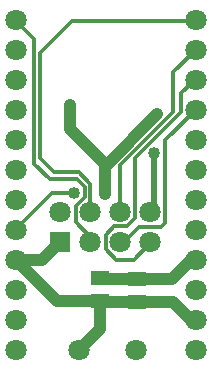
<source format=gbr>
G04 DipTrace 3.1.0.1*
G04 Bottom.gbr*
%MOIN*%
G04 #@! TF.FileFunction,Copper,L2,Bot*
G04 #@! TF.Part,Single*
G04 #@! TA.AperFunction,Conductor*
%ADD13C,0.03937*%
%ADD16C,0.019685*%
%ADD17C,0.012992*%
G04 #@! TA.AperFunction,ComponentPad*
%ADD19R,0.070866X0.070866*%
%ADD20C,0.070866*%
%ADD21C,0.070866*%
%ADD22R,0.059055X0.051181*%
G04 #@! TA.AperFunction,ViaPad*
%ADD25C,0.04*%
%FSLAX26Y26*%
G04*
G70*
G90*
G75*
G01*
G04 Bottom*
%LPD*%
X850882Y604848D2*
D13*
X729882D1*
X726882Y607848D1*
Y514882D1*
X656882Y444882D1*
X850882Y604848D2*
X967916D1*
X1027882Y544882D1*
X1044882D1*
X726882Y607848D2*
X581916D1*
X444882Y744882D1*
X593882Y804882D2*
X533882Y744882D1*
X444882D1*
X741882Y961882D2*
Y1054882D1*
X916882Y1229882D1*
X741882Y961882D2*
Y1064882D1*
X626882Y1179882D1*
Y1258882D1*
X850882Y679651D2*
X729882D1*
X726882Y682651D1*
X850882Y679651D2*
X965651D1*
X1030882Y744882D1*
X1044882D1*
X693882Y904882D2*
D17*
Y997882D1*
X655882Y1035882D1*
X573882D1*
X525882Y1083882D1*
Y1432882D1*
X633882Y1540882D1*
X1040882D1*
X1044882Y1544882D1*
X693882Y804882D2*
Y820882D1*
X645882Y868882D1*
Y924882D1*
X674882Y953882D1*
Y985882D1*
X648882Y1011882D1*
X558882D1*
X506882Y1063882D1*
Y1479882D1*
X441882Y1544882D1*
X444882D1*
X793882Y904882D2*
Y1060882D1*
X969882Y1236882D1*
Y1369882D1*
X1044882Y1444882D1*
X793882Y804882D2*
X806882D1*
X855882Y853882D1*
X928882D1*
X941882Y866882D1*
Y1141882D1*
X1044882Y1244882D1*
X444882Y844882D2*
X442882D1*
X564882Y966882D1*
X639882D1*
X906882Y1100882D2*
D16*
Y917882D1*
X893882Y904882D1*
Y804882D2*
D17*
Y799882D1*
X837882Y743882D1*
X780882D1*
X744882Y779882D1*
Y827882D1*
X773882Y856882D1*
X814882D1*
X842882Y884882D1*
Y1082882D1*
X996882Y1236882D1*
Y1298882D1*
X1042882Y1344882D1*
X1044882D1*
D25*
X639882Y966882D3*
X741882Y961882D3*
X906882Y1100882D3*
X916882Y1229882D3*
X626882Y1258882D3*
D19*
X593882Y804882D3*
D20*
Y904882D3*
X693882Y804882D3*
Y904882D3*
X793882Y804882D3*
Y904882D3*
X893882Y804882D3*
Y904882D3*
D21*
X444882Y444882D3*
X1044882D3*
X444882Y544882D3*
Y644882D3*
Y744882D3*
X1044882Y544882D3*
Y644882D3*
Y744882D3*
X444882Y844882D3*
Y944882D3*
Y1044882D3*
Y1144882D3*
Y1244882D3*
Y1344882D3*
Y1444882D3*
Y1544882D3*
X1044882Y844882D3*
Y944882D3*
Y1044882D3*
Y1144882D3*
Y1244882D3*
Y1344882D3*
Y1444882D3*
Y1544882D3*
D22*
X726882Y682651D3*
Y607848D3*
X850882Y679651D3*
Y604848D3*
D21*
X656882Y444882D3*
X844882D3*
M02*

</source>
